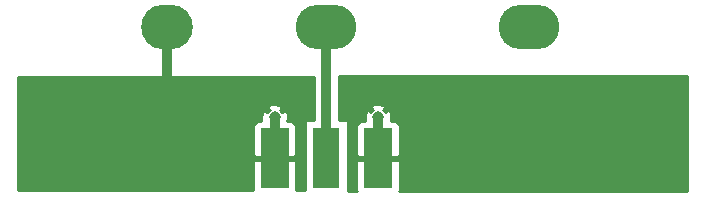
<source format=gbr>
*
%LPD*%
%LN915 PCB Antenna 02-F.Cu*%
%FSLAX25Y25*%
%MOIN*%
%AD*%
%AD*%
%ADD11R,0.095275591X0.2*%
%ADD12C,0.038188976*%
%ADD13R,0.018110236X0.03503937*%
%ADD14C,0.023622047*%
%ADD15C,0.01*%
%ADD20R,0.09015748X0.2*%
%ADD21O,0.201968504X0.148818898*%
%ADD22O,0.172047244X0.148818898*%
%ADD23C,0.032992126*%
G54D20*
%SRX1Y1I0.0J0.0*%
G1X102756Y10630D3*
G54D11*
G1X85512Y10630D3*
G1X120000Y10630D3*
G54D12*
G1X85512Y24173D3*
G1X120000Y24173D3*
G54D13*
G1X85512Y22402D3*
G1X120000Y22402D3*
G54D21*
G1X170477Y54317D3*
G1X102760Y54317D3*
G54D22*
G1X49611Y54317D3*
G54D14*
G1X74016Y34646D3*
G1X68110Y34646D3*
G1X62205Y34646D3*
G1X56299Y34646D3*
G1X42520Y34646D3*
G1X36614Y34646D3*
G1X30709Y34646D3*
G1X24803Y34646D3*
G1X18898Y34646D3*
G1X96457Y34646D3*
G1X91732Y34646D3*
G1X85827Y34646D3*
G1X79921Y34646D3*
G1X94094Y20472D3*
G1X96457Y24803D3*
G1X96850Y29921D3*
G1X94094Y15748D3*
G1X108268Y34646D3*
G1X113386Y34646D3*
G1X119291Y34646D3*
G1X125197Y34646D3*
G1X131102Y34646D3*
G1X137008Y34646D3*
G1X142913Y34646D3*
G1X148819Y34646D3*
G1X154724Y34646D3*
G1X160630Y34646D3*
G1X166535Y34646D3*
G1X172441Y34646D3*
G1X178346Y34646D3*
G1X184252Y34646D3*
G1X190157Y34646D3*
G1X196063Y34646D3*
G1X201969Y34646D3*
G1X207874Y34646D3*
G1X213780Y34646D3*
G1X219685Y34646D3*
G1X94094Y6299D3*
G1X94094Y1575D3*
G1X94094Y10630D3*
G1X111417Y10236D3*
G1X111417Y15748D3*
G1X111417Y20472D3*
G1X108661Y29921D3*
G1X108661Y24803D3*
G1X102760Y54317D2*
G54D23*
G1X102760Y10634D1*
G1X102756Y10630D1*
G1X49611Y54317D2*
G1X49611Y35429D1*
G1X85512Y24173D2*
G1X85512Y10630D1*
G1X120000Y24173D2*
G1X120000Y10630D1*
G54D15*
G36*
G1X106910Y23335D2*
G1X109449Y23335D1*
G1X109631Y23300D1*
G1X109797Y23193D1*
G1X109909Y23029D1*
G1X109949Y22835D1*
G1X109949Y19882D1*
G1X112736Y19882D1*
G1X112736Y21127D1*
G1X113117Y22046D1*
G1X113820Y22749D1*
G1X114739Y23130D1*
G1X115654Y23130D1*
G1X115539Y24730D1*
G1X116091Y26395D1*
G1X116932Y26534D1*
G1X117436Y26030D1*
G1X117678Y26273D1*
G1X118335Y26545D1*
G1X117639Y27241D1*
G1X117778Y28082D1*
G1X118807Y28508D1*
G1X120557Y28634D1*
G1X122222Y28082D1*
G1X122361Y27241D1*
G1X121665Y26545D1*
G1X122322Y26273D1*
G1X122564Y26030D1*
G1X123068Y26534D1*
G1X123909Y26395D1*
G1X124335Y25366D1*
G1X124461Y23616D1*
G1X124300Y23130D1*
G1X125261Y23130D1*
G1X126180Y22749D1*
G1X126883Y22046D1*
G1X127264Y21127D1*
G1X127264Y19882D1*
G1X223122Y19882D1*
G1X223122Y38083D1*
G1X106910Y38083D1*
G1X106910Y23335D1*
G37*
G36*
G1X109949Y-287D2*
G1X112910Y-287D1*
G1X112736Y133D1*
G1X112736Y9505D1*
G1X113361Y10130D1*
G1X119500Y10130D1*
G1X119500Y10051D1*
G1X120500Y10051D1*
G1X120500Y10130D1*
G1X126639Y10130D1*
G1X127264Y9505D1*
G1X127264Y133D1*
G1X127090Y-287D1*
G1X223122Y-287D1*
G1X223122Y19882D1*
G1X127264Y19882D1*
G1X127264Y11755D1*
G1X126639Y11130D1*
G1X120500Y11130D1*
G1X120500Y11209D1*
G1X119500Y11209D1*
G1X119500Y11130D1*
G1X113361Y11130D1*
G1X112736Y11755D1*
G1X112736Y19882D1*
G1X109949Y19882D1*
G1X109949Y-287D1*
G37*
G1X223122Y-287D2*
G1X127090Y-287D1*
G1X127264Y133D1*
G1X127264Y9505D1*
G1X126639Y10130D1*
G1X120500Y10130D1*
G1X120500Y10051D1*
G1X119500Y10051D1*
G1X119500Y10130D1*
G1X113361Y10130D1*
G1X112736Y9505D1*
G1X112736Y133D1*
G1X112910Y-287D1*
G1X109949Y-287D1*
G1X109949Y21127D1*
G1X112736Y21127D1*
G1X112736Y11755D1*
G1X113361Y11130D1*
G1X119500Y11130D1*
G1X119500Y11209D1*
G1X120500Y11209D1*
G1X120500Y11130D1*
G1X126639Y11130D1*
G1X127264Y11755D1*
G1X127264Y21127D1*
G1X126883Y22046D1*
G1X126180Y22749D1*
G1X125261Y23130D1*
G1X124300Y23130D1*
G1X124461Y23616D1*
G1X124335Y25366D1*
G1X123909Y26395D1*
G1X123068Y26534D1*
G1X122564Y26030D1*
G1X122322Y26273D1*
G1X121665Y26545D1*
G1X122361Y27241D1*
G1X122222Y28082D1*
G1X120557Y28634D1*
G1X118807Y28508D1*
G1X117778Y28082D1*
G1X117639Y27241D1*
G1X118335Y26545D1*
G1X117678Y26273D1*
G1X117436Y26030D1*
G1X116932Y26534D1*
G1X116091Y26395D1*
G1X115539Y24730D1*
G1X115654Y23130D1*
G1X114739Y23130D1*
G1X113820Y22749D1*
G1X113117Y22046D1*
G1X112736Y21127D1*
G1X109949Y21127D1*
G1X109949Y22835D1*
G1X109909Y23029D1*
G1X109797Y23193D1*
G1X109631Y23300D1*
G1X109449Y23335D1*
G1X106910Y23335D1*
G1X106910Y38083D1*
G1X223122Y38083D1*
G1X223122Y-287D1*
G36*
G1X106Y19882D2*
G1X106Y106D1*
G1X78259Y106D1*
G1X78248Y133D1*
G1X78248Y9505D1*
G1X78873Y10130D1*
G1X85012Y10130D1*
G1X85012Y10051D1*
G1X86012Y10051D1*
G1X86012Y10130D1*
G1X92151Y10130D1*
G1X92776Y9505D1*
G1X92776Y133D1*
G1X92765Y106D1*
G1X95563Y106D1*
G1X95563Y19882D1*
G1X92776Y19882D1*
G1X92776Y11755D1*
G1X92151Y11130D1*
G1X86012Y11130D1*
G1X86012Y11209D1*
G1X85012Y11209D1*
G1X85012Y11130D1*
G1X78873Y11130D1*
G1X78248Y11755D1*
G1X78248Y19882D1*
G1X106Y19882D1*
G37*
G36*
G1X106Y37689D2*
G1X106Y19882D1*
G1X78248Y19882D1*
G1X78248Y21127D1*
G1X78629Y22046D1*
G1X79332Y22749D1*
G1X80251Y23130D1*
G1X81166Y23130D1*
G1X81051Y24730D1*
G1X81603Y26395D1*
G1X82444Y26534D1*
G1X82948Y26030D1*
G1X83190Y26273D1*
G1X83847Y26545D1*
G1X83151Y27241D1*
G1X83290Y28082D1*
G1X84319Y28508D1*
G1X86069Y28634D1*
G1X87734Y28082D1*
G1X87872Y27241D1*
G1X87177Y26545D1*
G1X87833Y26273D1*
G1X88076Y26030D1*
G1X88580Y26534D1*
G1X89420Y26395D1*
G1X89847Y25366D1*
G1X89973Y23616D1*
G1X89812Y23130D1*
G1X90773Y23130D1*
G1X91692Y22749D1*
G1X92395Y22046D1*
G1X92776Y21127D1*
G1X92776Y19882D1*
G1X95563Y19882D1*
G1X95563Y22835D1*
G1X95597Y23016D1*
G1X95705Y23183D1*
G1X95868Y23295D1*
G1X96063Y23335D1*
G1X98611Y23335D1*
G1X98611Y37689D1*
G1X106Y37689D1*
G37*
G1X98611Y23335D2*
G1X96063Y23335D1*
G1X95868Y23295D1*
G1X95705Y23183D1*
G1X95597Y23016D1*
G1X95563Y22835D1*
G1X95563Y106D1*
G1X92765Y106D1*
G1X92776Y133D1*
G1X92776Y9505D1*
G1X92151Y10130D1*
G1X86012Y10130D1*
G1X86012Y10051D1*
G1X85012Y10051D1*
G1X85012Y10130D1*
G1X78873Y10130D1*
G1X78248Y9505D1*
G1X78248Y133D1*
G1X78259Y106D1*
G1X106Y106D1*
G1X106Y21127D1*
G1X78248Y21127D1*
G1X78248Y11755D1*
G1X78873Y11130D1*
G1X85012Y11130D1*
G1X85012Y11209D1*
G1X86012Y11209D1*
G1X86012Y11130D1*
G1X92151Y11130D1*
G1X92776Y11755D1*
G1X92776Y21127D1*
G1X92395Y22046D1*
G1X91692Y22749D1*
G1X90773Y23130D1*
G1X89812Y23130D1*
G1X89973Y23616D1*
G1X89847Y25366D1*
G1X89420Y26395D1*
G1X88580Y26534D1*
G1X88076Y26030D1*
G1X87833Y26273D1*
G1X87177Y26545D1*
G1X87872Y27241D1*
G1X87734Y28082D1*
G1X86069Y28634D1*
G1X84319Y28508D1*
G1X83290Y28082D1*
G1X83151Y27241D1*
G1X83847Y26545D1*
G1X83190Y26273D1*
G1X82948Y26030D1*
G1X82444Y26534D1*
G1X81603Y26395D1*
G1X81051Y24730D1*
G1X81166Y23130D1*
G1X80251Y23130D1*
G1X79332Y22749D1*
G1X78629Y22046D1*
G1X78248Y21127D1*
G1X106Y21127D1*
G1X106Y37689D1*
G1X98611Y37689D1*
G1X98611Y23335D1*
M2*

</source>
